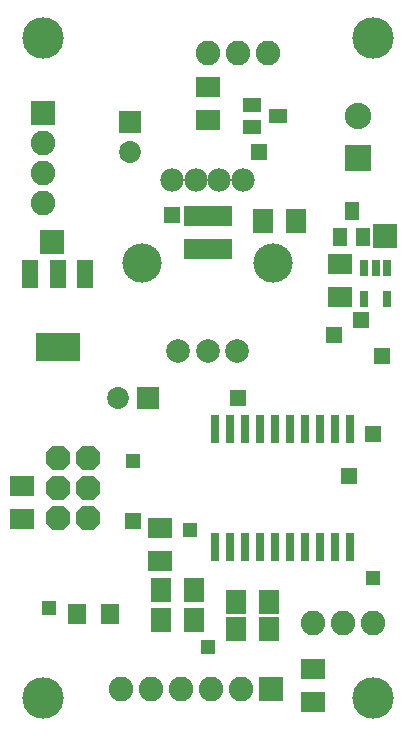
<source format=gts>
G75*
%MOIN*%
%OFA0B0*%
%FSLAX24Y24*%
%IPPOS*%
%LPD*%
%AMOC8*
5,1,8,0,0,1.08239X$1,22.5*
%
%ADD10R,0.0730X0.0730*%
%ADD11C,0.0730*%
%ADD12R,0.0631X0.0710*%
%ADD13OC8,0.0820*%
%ADD14R,0.0820X0.0820*%
%ADD15C,0.0820*%
%ADD16R,0.0880X0.0880*%
%ADD17C,0.0880*%
%ADD18R,0.0474X0.0631*%
%ADD19R,0.0631X0.0474*%
%ADD20R,0.0789X0.0710*%
%ADD21R,0.0710X0.0789*%
%ADD22R,0.0560X0.0960*%
%ADD23R,0.1497X0.0946*%
%ADD24R,0.0297X0.0552*%
%ADD25R,0.0316X0.0946*%
%ADD26C,0.0789*%
%ADD27C,0.0780*%
%ADD28C,0.1307*%
%ADD29C,0.1380*%
%ADD30R,0.0476X0.0476*%
%ADD31R,0.0848X0.0848*%
%ADD32R,0.0555X0.0555*%
D10*
X005180Y011600D03*
X004580Y020800D03*
D11*
X004580Y019800D03*
X004180Y011600D03*
D12*
X003931Y004400D03*
X002829Y004400D03*
D13*
X003180Y007600D03*
X003180Y008600D03*
X003180Y009600D03*
X002180Y009600D03*
X002180Y008600D03*
X002180Y007600D03*
D14*
X009280Y001900D03*
X001680Y021100D03*
D15*
X001680Y020100D03*
X001680Y019100D03*
X001680Y018100D03*
X007180Y023100D03*
X008180Y023100D03*
X009180Y023100D03*
X010680Y004100D03*
X011680Y004100D03*
X012680Y004100D03*
X008280Y001900D03*
X007280Y001900D03*
X006280Y001900D03*
X005280Y001900D03*
X004280Y001900D03*
D16*
X012180Y019600D03*
D17*
X012180Y020978D03*
D18*
X011980Y017833D03*
X011606Y016967D03*
X012354Y016967D03*
D19*
X009513Y021000D03*
X008647Y020626D03*
X008647Y021374D03*
D20*
X007180Y020849D03*
X007180Y021951D03*
X006780Y017651D03*
X006780Y016549D03*
X007580Y016549D03*
X007580Y017651D03*
X011580Y016051D03*
X011580Y014949D03*
X005580Y007251D03*
X005580Y006149D03*
X000980Y007549D03*
X000980Y008651D03*
X010680Y002551D03*
X010680Y001449D03*
D21*
X009231Y003900D03*
X009231Y004800D03*
X008129Y004800D03*
X008129Y003900D03*
X006731Y004200D03*
X006731Y005200D03*
X005629Y005200D03*
X005629Y004200D03*
X009029Y017500D03*
X010131Y017500D03*
D22*
X003090Y015720D03*
X002180Y015720D03*
X001270Y015720D03*
D23*
X002180Y013280D03*
D24*
X012406Y014888D03*
X012406Y015912D03*
X012780Y015912D03*
X013154Y015912D03*
X013154Y014888D03*
D25*
X011930Y010569D03*
X011430Y010569D03*
X010930Y010569D03*
X010430Y010569D03*
X009930Y010569D03*
X009430Y010569D03*
X008930Y010569D03*
X008430Y010569D03*
X007930Y010569D03*
X007430Y010569D03*
X007430Y006631D03*
X007930Y006631D03*
X008430Y006631D03*
X008930Y006631D03*
X009430Y006631D03*
X009930Y006631D03*
X010430Y006631D03*
X010930Y006631D03*
X011430Y006631D03*
X011930Y006631D03*
D26*
X008164Y013147D03*
X007180Y013147D03*
X006196Y013147D03*
D27*
X005999Y018856D03*
X006786Y018856D03*
X007574Y018856D03*
X008361Y018856D03*
D28*
X009365Y016100D03*
X004995Y016100D03*
D29*
X001680Y001600D03*
X012680Y001600D03*
X012680Y023600D03*
X001680Y023600D03*
D30*
X004680Y009500D03*
X006580Y007200D03*
X007180Y003300D03*
X001880Y004600D03*
X012680Y005600D03*
D31*
X013080Y017000D03*
X001980Y016800D03*
D32*
X005980Y017700D03*
X008880Y019800D03*
X012280Y014200D03*
X012980Y013000D03*
X012680Y010400D03*
X011880Y009000D03*
X011380Y013700D03*
X008180Y011600D03*
X004680Y007500D03*
M02*

</source>
